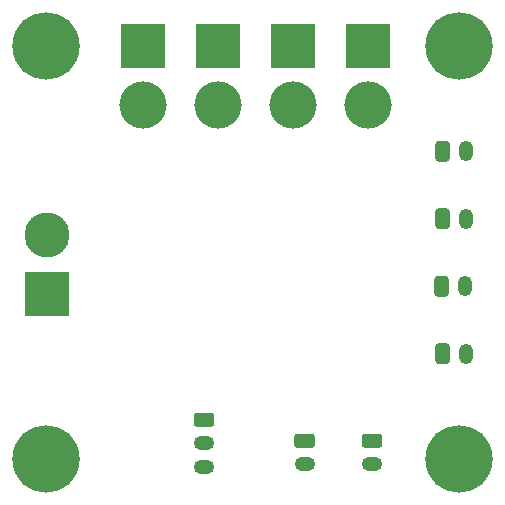
<source format=gbr>
%TF.GenerationSoftware,KiCad,Pcbnew,(5.1.9)-1*%
%TF.CreationDate,2021-02-27T14:58:15+09:00*%
%TF.ProjectId,universal_power_board_v1.2,756e6976-6572-4736-916c-5f706f776572,rev?*%
%TF.SameCoordinates,Original*%
%TF.FileFunction,Soldermask,Bot*%
%TF.FilePolarity,Negative*%
%FSLAX46Y46*%
G04 Gerber Fmt 4.6, Leading zero omitted, Abs format (unit mm)*
G04 Created by KiCad (PCBNEW (5.1.9)-1) date 2021-02-27 14:58:15*
%MOMM*%
%LPD*%
G01*
G04 APERTURE LIST*
%ADD10C,4.000000*%
%ADD11R,3.800000X3.800000*%
%ADD12O,1.750000X1.200000*%
%ADD13O,1.200000X1.750000*%
%ADD14C,3.800000*%
%ADD15C,5.700000*%
G04 APERTURE END LIST*
D10*
%TO.C,J12*%
X123705000Y-61642000D03*
D11*
X123705000Y-56642000D03*
%TD*%
D10*
%TO.C,J11*%
X117355000Y-61642000D03*
D11*
X117355000Y-56642000D03*
%TD*%
D12*
%TO.C,J10*%
X124079000Y-92043000D03*
G36*
G01*
X123453999Y-89443000D02*
X124704001Y-89443000D01*
G75*
G02*
X124954000Y-89692999I0J-249999D01*
G01*
X124954000Y-90393001D01*
G75*
G02*
X124704001Y-90643000I-249999J0D01*
G01*
X123453999Y-90643000D01*
G75*
G02*
X123204000Y-90393001I0J249999D01*
G01*
X123204000Y-89692999D01*
G75*
G02*
X123453999Y-89443000I249999J0D01*
G01*
G37*
%TD*%
%TO.C,J9*%
X118364000Y-92043000D03*
G36*
G01*
X117738999Y-89443000D02*
X118989001Y-89443000D01*
G75*
G02*
X119239000Y-89692999I0J-249999D01*
G01*
X119239000Y-90393001D01*
G75*
G02*
X118989001Y-90643000I-249999J0D01*
G01*
X117738999Y-90643000D01*
G75*
G02*
X117489000Y-90393001I0J249999D01*
G01*
X117489000Y-89692999D01*
G75*
G02*
X117738999Y-89443000I249999J0D01*
G01*
G37*
%TD*%
D13*
%TO.C,J8*%
X132048000Y-82677000D03*
G36*
G01*
X129448000Y-83302001D02*
X129448000Y-82051999D01*
G75*
G02*
X129697999Y-81802000I249999J0D01*
G01*
X130398001Y-81802000D01*
G75*
G02*
X130648000Y-82051999I0J-249999D01*
G01*
X130648000Y-83302001D01*
G75*
G02*
X130398001Y-83552000I-249999J0D01*
G01*
X129697999Y-83552000D01*
G75*
G02*
X129448000Y-83302001I0J249999D01*
G01*
G37*
%TD*%
%TO.C,J7*%
X131953000Y-76962000D03*
G36*
G01*
X129353000Y-77587001D02*
X129353000Y-76336999D01*
G75*
G02*
X129602999Y-76087000I249999J0D01*
G01*
X130303001Y-76087000D01*
G75*
G02*
X130553000Y-76336999I0J-249999D01*
G01*
X130553000Y-77587001D01*
G75*
G02*
X130303001Y-77837000I-249999J0D01*
G01*
X129602999Y-77837000D01*
G75*
G02*
X129353000Y-77587001I0J249999D01*
G01*
G37*
%TD*%
D10*
%TO.C,J6*%
X111005000Y-61642000D03*
D11*
X111005000Y-56642000D03*
%TD*%
D13*
%TO.C,J5*%
X132048000Y-71247000D03*
G36*
G01*
X129448000Y-71872001D02*
X129448000Y-70621999D01*
G75*
G02*
X129697999Y-70372000I249999J0D01*
G01*
X130398001Y-70372000D01*
G75*
G02*
X130648000Y-70621999I0J-249999D01*
G01*
X130648000Y-71872001D01*
G75*
G02*
X130398001Y-72122000I-249999J0D01*
G01*
X129697999Y-72122000D01*
G75*
G02*
X129448000Y-71872001I0J249999D01*
G01*
G37*
%TD*%
%TO.C,J4*%
X132048000Y-65532000D03*
G36*
G01*
X129448000Y-66157001D02*
X129448000Y-64906999D01*
G75*
G02*
X129697999Y-64657000I249999J0D01*
G01*
X130398001Y-64657000D01*
G75*
G02*
X130648000Y-64906999I0J-249999D01*
G01*
X130648000Y-66157001D01*
G75*
G02*
X130398001Y-66407000I-249999J0D01*
G01*
X129697999Y-66407000D01*
G75*
G02*
X129448000Y-66157001I0J249999D01*
G01*
G37*
%TD*%
D10*
%TO.C,J3*%
X104648000Y-61642000D03*
D11*
X104648000Y-56642000D03*
%TD*%
D14*
%TO.C,J2*%
X96520000Y-72644000D03*
D11*
X96520000Y-77644000D03*
%TD*%
D12*
%TO.C,J1*%
X109855000Y-92265000D03*
X109855000Y-90265000D03*
G36*
G01*
X109229999Y-87665000D02*
X110480001Y-87665000D01*
G75*
G02*
X110730000Y-87914999I0J-249999D01*
G01*
X110730000Y-88615001D01*
G75*
G02*
X110480001Y-88865000I-249999J0D01*
G01*
X109229999Y-88865000D01*
G75*
G02*
X108980000Y-88615001I0J249999D01*
G01*
X108980000Y-87914999D01*
G75*
G02*
X109229999Y-87665000I249999J0D01*
G01*
G37*
%TD*%
D15*
%TO.C,H4*%
X131445000Y-91615000D03*
%TD*%
%TO.C,H3*%
X96445001Y-56615001D03*
%TD*%
%TO.C,H2*%
X131445000Y-56615001D03*
%TD*%
%TO.C,H1*%
X96445001Y-91615000D03*
%TD*%
M02*

</source>
